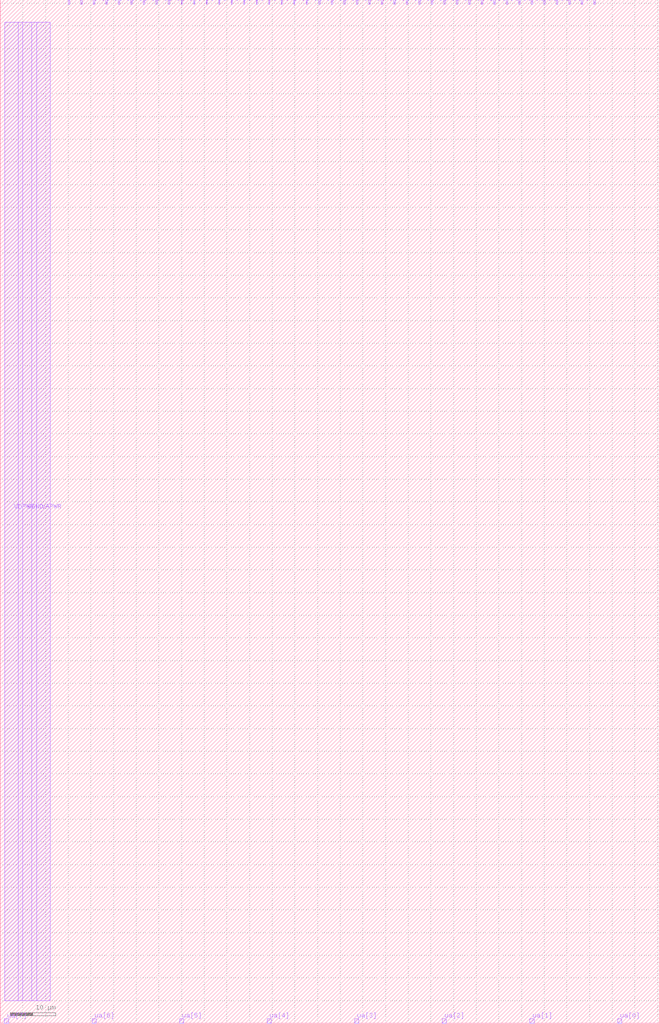
<source format=lef>
VERSION 5.7 ;
  NOWIREEXTENSIONATPIN ON ;
  DIVIDERCHAR "/" ;
  BUSBITCHARS "[]" ;
MACRO tt_um_LPCAS_TP1
  CLASS BLOCK ;
  FOREIGN tt_um_LPCAS_TP1 ;
  ORIGIN 0.000 0.000 ;
  SIZE 145.360 BY 225.760 ;
  PIN clk
    DIRECTION INPUT ;
    USE SIGNAL ;
    PORT
      LAYER met4 ;
        RECT 128.190 224.760 128.490 225.760 ;
    END
  END clk
  PIN ena
    DIRECTION INPUT ;
    USE SIGNAL ;
    PORT
      LAYER met4 ;
        RECT 130.950 224.760 131.250 225.760 ;
    END
  END ena
  PIN rst_n
    DIRECTION INPUT ;
    USE SIGNAL ;
    PORT
      LAYER met4 ;
        RECT 125.430 224.760 125.730 225.760 ;
    END
  END rst_n
  PIN ua[0]
    DIRECTION INOUT ;
    USE SIGNAL ;
    PORT
      LAYER met4 ;
        RECT 136.170 0.000 137.070 1.000 ;
    END
  END ua[0]
  PIN ua[1]
    DIRECTION INOUT ;
    USE SIGNAL ;
    PORT
      LAYER met4 ;
        RECT 116.850 0.000 117.750 1.000 ;
    END
  END ua[1]
  PIN ua[2]
    DIRECTION INOUT ;
    USE SIGNAL ;
    PORT
      LAYER met4 ;
        RECT 97.530 0.000 98.430 1.000 ;
    END
  END ua[2]
  PIN ua[3]
    DIRECTION INOUT ;
    USE SIGNAL ;
    PORT
      LAYER met4 ;
        RECT 78.210 0.000 79.110 1.000 ;
    END
  END ua[3]
  PIN ua[4]
    DIRECTION INOUT ;
    USE SIGNAL ;
    PORT
      LAYER met4 ;
        RECT 58.890 0.000 59.790 1.000 ;
    END
  END ua[4]
  PIN ua[5]
    DIRECTION INOUT ;
    USE SIGNAL ;
    PORT
      LAYER met4 ;
        RECT 39.570 0.000 40.470 1.000 ;
    END
  END ua[5]
  PIN ua[6]
    DIRECTION INOUT ;
    USE SIGNAL ;
    PORT
      LAYER met4 ;
        RECT 20.250 0.000 21.150 1.000 ;
    END
  END ua[6]
  PIN ua[7]
    DIRECTION INOUT ;
    USE SIGNAL ;
    PORT
      LAYER met4 ;
        RECT 0.930 0.000 1.830 1.000 ;
    END
  END ua[7]
  PIN ui_in[0]
    DIRECTION INPUT ;
    USE SIGNAL ;
    PORT
      LAYER met4 ;
        RECT 122.670 224.760 122.970 225.760 ;
    END
  END ui_in[0]
  PIN ui_in[1]
    DIRECTION INPUT ;
    USE SIGNAL ;
    PORT
      LAYER met4 ;
        RECT 119.910 224.760 120.210 225.760 ;
    END
  END ui_in[1]
  PIN ui_in[2]
    DIRECTION INPUT ;
    USE SIGNAL ;
    PORT
      LAYER met4 ;
        RECT 117.150 224.760 117.450 225.760 ;
    END
  END ui_in[2]
  PIN ui_in[3]
    DIRECTION INPUT ;
    USE SIGNAL ;
    PORT
      LAYER met4 ;
        RECT 114.390 224.760 114.690 225.760 ;
    END
  END ui_in[3]
  PIN ui_in[4]
    DIRECTION INPUT ;
    USE SIGNAL ;
    PORT
      LAYER met4 ;
        RECT 111.630 224.760 111.930 225.760 ;
    END
  END ui_in[4]
  PIN ui_in[5]
    DIRECTION INPUT ;
    USE SIGNAL ;
    PORT
      LAYER met4 ;
        RECT 108.870 224.760 109.170 225.760 ;
    END
  END ui_in[5]
  PIN ui_in[6]
    DIRECTION INPUT ;
    USE SIGNAL ;
    PORT
      LAYER met4 ;
        RECT 106.110 224.760 106.410 225.760 ;
    END
  END ui_in[6]
  PIN ui_in[7]
    DIRECTION INPUT ;
    USE SIGNAL ;
    PORT
      LAYER met4 ;
        RECT 103.350 224.760 103.650 225.760 ;
    END
  END ui_in[7]
  PIN uio_in[0]
    DIRECTION INPUT ;
    USE SIGNAL ;
    PORT
      LAYER met4 ;
        RECT 100.590 224.760 100.890 225.760 ;
    END
  END uio_in[0]
  PIN uio_in[1]
    DIRECTION INPUT ;
    USE SIGNAL ;
    PORT
      LAYER met4 ;
        RECT 97.830 224.760 98.130 225.760 ;
    END
  END uio_in[1]
  PIN uio_in[2]
    DIRECTION INPUT ;
    USE SIGNAL ;
    PORT
      LAYER met4 ;
        RECT 95.070 224.760 95.370 225.760 ;
    END
  END uio_in[2]
  PIN uio_in[3]
    DIRECTION INPUT ;
    USE SIGNAL ;
    PORT
      LAYER met4 ;
        RECT 92.310 224.760 92.610 225.760 ;
    END
  END uio_in[3]
  PIN uio_in[4]
    DIRECTION INPUT ;
    USE SIGNAL ;
    PORT
      LAYER met4 ;
        RECT 89.550 224.760 89.850 225.760 ;
    END
  END uio_in[4]
  PIN uio_in[5]
    DIRECTION INPUT ;
    USE SIGNAL ;
    PORT
      LAYER met4 ;
        RECT 86.790 224.760 87.090 225.760 ;
    END
  END uio_in[5]
  PIN uio_in[6]
    DIRECTION INPUT ;
    USE SIGNAL ;
    PORT
      LAYER met4 ;
        RECT 84.030 224.760 84.330 225.760 ;
    END
  END uio_in[6]
  PIN uio_in[7]
    DIRECTION INPUT ;
    USE SIGNAL ;
    PORT
      LAYER met4 ;
        RECT 81.270 224.760 81.570 225.760 ;
    END
  END uio_in[7]
  PIN uio_oe[0]
    DIRECTION OUTPUT ;
    USE SIGNAL ;
    PORT
      LAYER met4 ;
        RECT 34.350 224.760 34.650 225.760 ;
    END
  END uio_oe[0]
  PIN uio_oe[1]
    DIRECTION OUTPUT ;
    USE SIGNAL ;
    PORT
      LAYER met4 ;
        RECT 31.590 224.760 31.890 225.760 ;
    END
  END uio_oe[1]
  PIN uio_oe[2]
    DIRECTION OUTPUT ;
    USE SIGNAL ;
    PORT
      LAYER met4 ;
        RECT 28.830 224.760 29.130 225.760 ;
    END
  END uio_oe[2]
  PIN uio_oe[3]
    DIRECTION OUTPUT ;
    USE SIGNAL ;
    PORT
      LAYER met4 ;
        RECT 26.070 224.760 26.370 225.760 ;
    END
  END uio_oe[3]
  PIN uio_oe[4]
    DIRECTION OUTPUT ;
    USE SIGNAL ;
    PORT
      LAYER met4 ;
        RECT 23.310 224.760 23.610 225.760 ;
    END
  END uio_oe[4]
  PIN uio_oe[5]
    DIRECTION OUTPUT ;
    USE SIGNAL ;
    PORT
      LAYER met4 ;
        RECT 20.550 224.760 20.850 225.760 ;
    END
  END uio_oe[5]
  PIN uio_oe[6]
    DIRECTION OUTPUT ;
    USE SIGNAL ;
    PORT
      LAYER met4 ;
        RECT 17.790 224.760 18.090 225.760 ;
    END
  END uio_oe[6]
  PIN uio_oe[7]
    DIRECTION OUTPUT ;
    USE SIGNAL ;
    PORT
      LAYER met4 ;
        RECT 15.030 224.760 15.330 225.760 ;
    END
  END uio_oe[7]
  PIN uio_out[0]
    DIRECTION OUTPUT ;
    USE SIGNAL ;
    PORT
      LAYER met4 ;
        RECT 56.430 224.760 56.730 225.760 ;
    END
  END uio_out[0]
  PIN uio_out[1]
    DIRECTION OUTPUT ;
    USE SIGNAL ;
    PORT
      LAYER met4 ;
        RECT 53.670 224.760 53.970 225.760 ;
    END
  END uio_out[1]
  PIN uio_out[2]
    DIRECTION OUTPUT ;
    USE SIGNAL ;
    PORT
      LAYER met4 ;
        RECT 50.910 224.760 51.210 225.760 ;
    END
  END uio_out[2]
  PIN uio_out[3]
    DIRECTION OUTPUT ;
    USE SIGNAL ;
    PORT
      LAYER met4 ;
        RECT 48.150 224.760 48.450 225.760 ;
    END
  END uio_out[3]
  PIN uio_out[4]
    DIRECTION OUTPUT ;
    USE SIGNAL ;
    PORT
      LAYER met4 ;
        RECT 45.390 224.760 45.690 225.760 ;
    END
  END uio_out[4]
  PIN uio_out[5]
    DIRECTION OUTPUT ;
    USE SIGNAL ;
    PORT
      LAYER met4 ;
        RECT 42.630 224.760 42.930 225.760 ;
    END
  END uio_out[5]
  PIN uio_out[6]
    DIRECTION OUTPUT ;
    USE SIGNAL ;
    PORT
      LAYER met4 ;
        RECT 39.870 224.760 40.170 225.760 ;
    END
  END uio_out[6]
  PIN uio_out[7]
    DIRECTION OUTPUT ;
    USE SIGNAL ;
    PORT
      LAYER met4 ;
        RECT 37.110 224.760 37.410 225.760 ;
    END
  END uio_out[7]
  PIN uo_out[0]
    DIRECTION OUTPUT ;
    USE SIGNAL ;
    PORT
      LAYER met4 ;
        RECT 78.510 224.760 78.810 225.760 ;
    END
  END uo_out[0]
  PIN uo_out[1]
    DIRECTION OUTPUT ;
    USE SIGNAL ;
    PORT
      LAYER met4 ;
        RECT 75.750 224.760 76.050 225.760 ;
    END
  END uo_out[1]
  PIN uo_out[2]
    DIRECTION OUTPUT ;
    USE SIGNAL ;
    PORT
      LAYER met4 ;
        RECT 72.990 224.760 73.290 225.760 ;
    END
  END uo_out[2]
  PIN uo_out[3]
    DIRECTION OUTPUT ;
    USE SIGNAL ;
    PORT
      LAYER met4 ;
        RECT 70.230 224.760 70.530 225.760 ;
    END
  END uo_out[3]
  PIN uo_out[4]
    DIRECTION OUTPUT ;
    USE SIGNAL ;
    PORT
      LAYER met4 ;
        RECT 67.470 224.760 67.770 225.760 ;
    END
  END uo_out[4]
  PIN uo_out[5]
    DIRECTION OUTPUT ;
    USE SIGNAL ;
    PORT
      LAYER met4 ;
        RECT 64.710 224.760 65.010 225.760 ;
    END
  END uo_out[5]
  PIN uo_out[6]
    DIRECTION OUTPUT ;
    USE SIGNAL ;
    PORT
      LAYER met4 ;
        RECT 61.950 224.760 62.250 225.760 ;
    END
  END uo_out[6]
  PIN uo_out[7]
    DIRECTION OUTPUT ;
    USE SIGNAL ;
    PORT
      LAYER met4 ;
        RECT 59.190 224.760 59.490 225.760 ;
    END
  END uo_out[7]
  PIN VDPWR
    DIRECTION INOUT ;
    USE POWER ;
    PORT
      LAYER met4 ;
        RECT 1.000 5.000 5.000 220.760 ;
    END
  END VDPWR
  PIN VGND
    DIRECTION INOUT ;
    USE GROUND ;
    PORT
      LAYER met4 ;
        RECT 4.000 5.000 8.000 220.760 ;
    END
  END VGND
  PIN VAPWR
    DIRECTION INOUT ;
    USE POWER ;
    PORT
      LAYER met4 ;
        RECT 7.000 5.000 11.000 220.760 ;
    END
  END VAPWR
END tt_um_LPCAS_TP1
END LIBRARY


</source>
